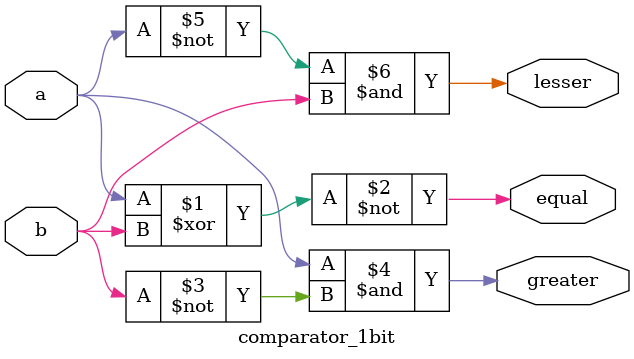
<source format=v>
module comparator_1bit(a,b,equal,greater, lesser);
  input a,b;
  output equal,greater,lesser;
  
  assign equal= ~(a ^ b);   //A=B ----> A'B'+A.B
  assign greater= a & (~b); //A>B ----> A.B'
  assign lesser= (~a) & b;   //A<B ----> A'.B
  
endmodule
  

</source>
